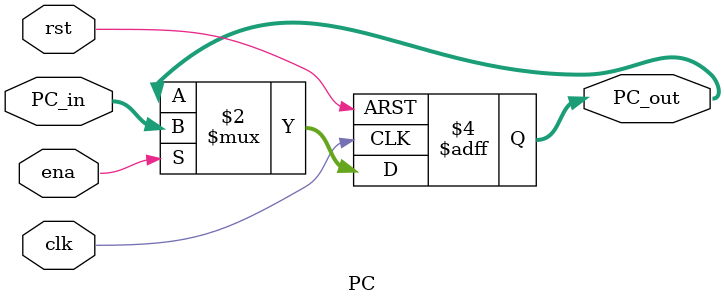
<source format=v>
`timescale 1ns / 1ps

//PCreg È¡Ö¸

module PC( 
    input               clk,    // Ê±ÖÓÐÅºÅ 
    input               ena,    // Ê¹ÄÜÐÅºÅ 
    input               rst,    // ¸´Î»ÐÅºÅ 
    input      [31:0]   PC_in,  // ÊäÈëµÄ PC Êý¾Ý 
    output reg [31:0]   PC_out  // Êä³öµÄ PC Êý¾Ý 
    ); 
     
    always@(negedge clk or posedge rst) 
    begin 
        if(rst) 
        begin 
            PC_out <= 32'h00400000; 
        end 
        else if(ena) 
        begin 
            PC_out <= PC_in; 
        end 
    end 
     

endmodule 

</source>
